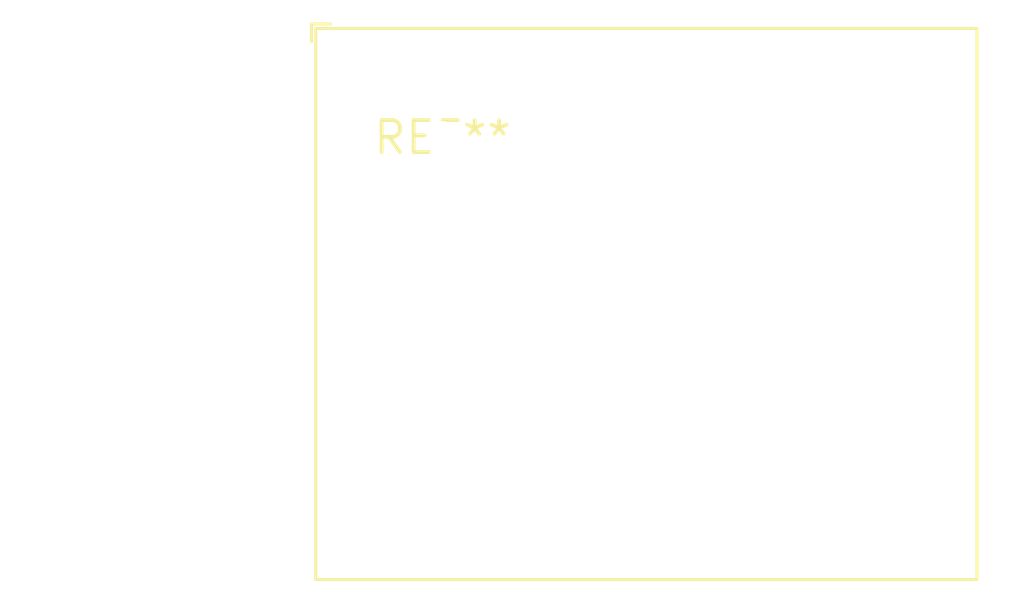
<source format=kicad_pcb>
(kicad_pcb (version 20240108) (generator pcbnew)
  (layers (0 "F.Cu" signal) (31 "B.Cu" signal) (34 "B.Paste" user) (35 "F.Paste" user) (36 "B.SilkS" user "B.Silkscreen") (37 "F.SilkS" user "F.Silkscreen") (38 "B.Mask" user) (39 "F.Mask" user) (44 "Edge.Cuts" user))
  (net 0 "")
  (footprint "Relay_Socket_4PDT_Omron_PY14-02" (layer "F.Cu") (at 0 0)
    (property "Reference" "REF**")
    (property "Value" "Relay_Socket_4PDT_Omron_PY14-02")
    (fp_line (start -5.2 -4.5) (end -4.438 -4.5) (layer "F.SilkS") (stroke (width 0.12)))
    (fp_line (start -5.2 -3.7888) (end -5.2 -4.5) (layer "F.SilkS") (stroke (width 0.12)))
    (fp_rect (start 21.1818 -4.322) (end -5.031 17.522) (layer "F.SilkS") (stroke (width 0.12)) (fill none))
    (pad "11" thru_hole circle (at 6.35 13.2 270) (size 2.3 2.3) (drill 1.3) (layers *.Cu *.Mask) (remove_unused_layers))
    (pad "12" thru_hole circle (at 16.75 13.2 270) (size 2.3 2.3) (drill 1.3) (layers *.Cu *.Mask) (remove_unused_layers))
    (pad "14" thru_hole circle (at 12.65 13.2 270) (size 2.3 2.3) (drill 1.3) (layers *.Cu *.Mask) (remove_unused_layers))
    (pad "21" thru_hole circle (at 6.35 8.8 270) (size 2.3 2.3) (drill 1.3) (layers *.Cu *.Mask) (remove_unused_layers))
    (pad "22" thru_hole circle (at 16.75 8.8 270) (size 2.3 2.3) (drill 1.3) (layers *.Cu *.Mask) (remove_unused_layers))
    (pad "24" thru_hole circle (at 12.65 8.8 270) (size 2.3 2.3) (drill 1.3) (layers *.Cu *.Mask) (remove_unused_layers))
    (pad "31" thru_hole circle (at 6.35 4.4 270) (size 2.3 2.3) (drill 1.3) (layers *.Cu *.Mask) (remove_unused_layers))
    (pad "32" thru_hole circle (at 16.75 4.4 270) (size 2.3 2.3) (drill 1.3) (layers *.Cu *.Mask) (remove_unused_layers))
    (pad "34" thru_hole circle (at 12.65 4.4 270) (size 2.3 2.3) (drill 1.3) (layers *.Cu *.Mask) (remove_unused_layers))
    (pad "41" thru_hole circle (at 6.35 0 270) (size 2.3 2.3) (drill 1.3) (layers *.Cu *.Mask) (remove_unused_layers))
    (pad "42" thru_hole circle (at 16.75 0 270) (size 2.3 2.3) (drill 1.3) (layers *.Cu *.Mask) (remove_unused_layers))
    (pad "44" thru_hole circle (at 12.65 0 270) (size 2.3 2.3) (drill 1.3) (layers *.Cu *.Mask) (remove_unused_layers))
    (pad "A1" thru_hole roundrect (at 0 0 270) (size 2.3 2.3) (drill 1.3) (layers *.Cu *.Mask) (remove_unused_layers))
    (pad "A2" thru_hole circle (at 0 13.2 270) (size 2.3 2.3) (drill 1.3) (layers *.Cu *.Mask) (remove_unused_layers))
  )
)
</source>
